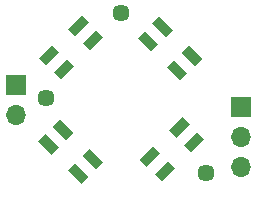
<source format=gbr>
%TF.GenerationSoftware,KiCad,Pcbnew,(5.99.0-2195-g476558ece)*%
%TF.CreationDate,2020-08-10T22:43:53-04:00*%
%TF.ProjectId,LED-daughterboard,4c45442d-6461-4756-9768-746572626f61,rev?*%
%TF.SameCoordinates,Original*%
%TF.FileFunction,Soldermask,Top*%
%TF.FilePolarity,Negative*%
%FSLAX46Y46*%
G04 Gerber Fmt 4.6, Leading zero omitted, Abs format (unit mm)*
G04 Created by KiCad (PCBNEW (5.99.0-2195-g476558ece)) date 2020-08-10 22:43:53*
%MOMM*%
%LPD*%
G01*
G04 APERTURE LIST*
%ADD10O,1.700000X1.700000*%
%ADD11R,1.700000X1.700000*%
%ADD12C,1.448000*%
G04 APERTURE END LIST*
D10*
%TO.C,J2*%
X-5600000Y8660000D03*
D11*
X-5600000Y11200000D03*
%TD*%
D10*
%TO.C,J1*%
X13400000Y4320000D03*
X13400000Y6860000D03*
D11*
X13400000Y9400000D03*
%TD*%
D12*
%TO.C,H3*%
X10500000Y3800000D03*
%TD*%
%TO.C,H2*%
X-3100000Y10100000D03*
%TD*%
%TO.C,H1*%
X3300000Y17300000D03*
%TD*%
%TO.C,D4*%
G36*
X9721320Y7284924D02*
G01*
X10322361Y6683883D01*
X9190990Y5552512D01*
X8589949Y6153553D01*
X9721320Y7284924D01*
G37*
G36*
X8483883Y8522361D02*
G01*
X9084924Y7921320D01*
X7953553Y6789949D01*
X7352512Y7390990D01*
X8483883Y8522361D01*
G37*
G36*
X7246447Y4810051D02*
G01*
X7847488Y4209010D01*
X6716117Y3077639D01*
X6115076Y3678680D01*
X7246447Y4810051D01*
G37*
G36*
X6009010Y6047488D02*
G01*
X6610051Y5446447D01*
X5478680Y4315076D01*
X4877639Y4916117D01*
X6009010Y6047488D01*
G37*
%TD*%
%TO.C,D3*%
G36*
X484924Y3478680D02*
G01*
X-116117Y2877639D01*
X-1247488Y4009010D01*
X-646447Y4610051D01*
X484924Y3478680D01*
G37*
G36*
X1722361Y4716117D02*
G01*
X1121320Y4115076D01*
X-10051Y5246447D01*
X590990Y5847488D01*
X1722361Y4716117D01*
G37*
G36*
X-1989949Y5953553D02*
G01*
X-2590990Y5352512D01*
X-3722361Y6483883D01*
X-3121320Y7084924D01*
X-1989949Y5953553D01*
G37*
G36*
X-752512Y7190990D02*
G01*
X-1353553Y6589949D01*
X-2484924Y7721320D01*
X-1883883Y8322361D01*
X-752512Y7190990D01*
G37*
%TD*%
%TO.C,D2*%
G36*
X-3065165Y12933794D02*
G01*
X-3666206Y13534835D01*
X-2534835Y14666206D01*
X-1933794Y14065165D01*
X-3065165Y12933794D01*
G37*
G36*
X-1827728Y11696357D02*
G01*
X-2428769Y12297398D01*
X-1297398Y13428769D01*
X-696357Y12827728D01*
X-1827728Y11696357D01*
G37*
G36*
X-590292Y15408667D02*
G01*
X-1191333Y16009708D01*
X-59962Y17141079D01*
X541079Y16540038D01*
X-590292Y15408667D01*
G37*
G36*
X647145Y14171230D02*
G01*
X46104Y14772271D01*
X1177475Y15903642D01*
X1778516Y15302601D01*
X647145Y14171230D01*
G37*
%TD*%
%TO.C,D1*%
G36*
X5933794Y16465165D02*
G01*
X6534835Y17066206D01*
X7666206Y15934835D01*
X7065165Y15333794D01*
X5933794Y16465165D01*
G37*
G36*
X4696357Y15227728D02*
G01*
X5297398Y15828769D01*
X6428769Y14697398D01*
X5827728Y14096357D01*
X4696357Y15227728D01*
G37*
G36*
X8408667Y13990292D02*
G01*
X9009708Y14591333D01*
X10141079Y13459962D01*
X9540038Y12858921D01*
X8408667Y13990292D01*
G37*
G36*
X7171230Y12752855D02*
G01*
X7772271Y13353896D01*
X8903642Y12222525D01*
X8302601Y11621484D01*
X7171230Y12752855D01*
G37*
%TD*%
M02*

</source>
